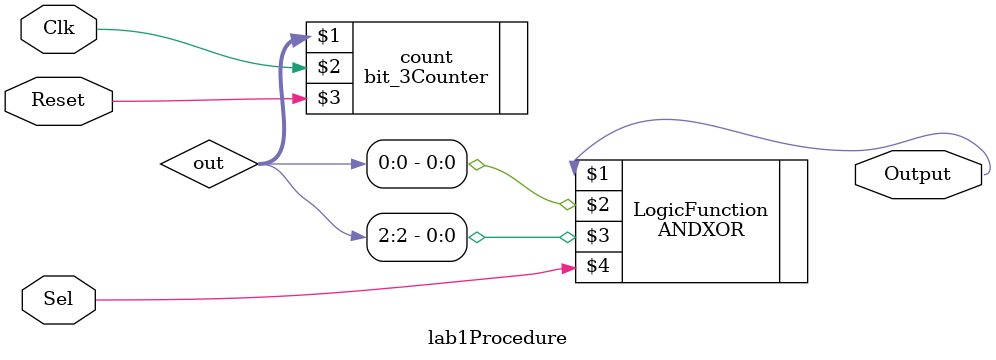
<source format=v>
module lab1Procedure(Output,Sel,Clk,Reset);

 input Clk;
 input Reset;
 input Sel;
 output Output;
 wire [0:2]out;
 
 //top level module
 bit_3Counter count(out,Clk,Reset);
 ANDXOR LogicFunction(Output,out[0],out[2],Sel);
 
endmodule
</source>
